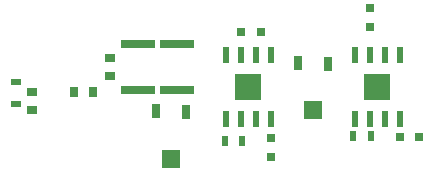
<source format=gbr>
G04 EAGLE Gerber RS-274X export*
G75*
%MOMM*%
%FSLAX34Y34*%
%LPD*%
%INSolderpaste Top*%
%IPPOS*%
%AMOC8*
5,1,8,0,0,1.08239X$1,22.5*%
G01*
%ADD10R,0.812800X0.762000*%
%ADD11R,0.762000X0.812800*%
%ADD12R,0.500000X0.812800*%
%ADD13R,0.558800X1.460500*%
%ADD14R,2.286000X2.286000*%
%ADD15R,0.787400X1.193800*%
%ADD16R,1.574800X1.524000*%
%ADD17R,0.889000X0.558800*%
%ADD18R,0.800000X0.655600*%
%ADD19R,0.655600X0.800000*%
%ADD20R,2.844800X0.762000*%


D10*
X278000Y784253D03*
X278000Y799747D03*
D11*
X247853Y770700D03*
X263347Y770700D03*
D10*
X212100Y755453D03*
X212100Y770947D03*
D12*
X390100Y729500D03*
X375100Y729500D03*
X499000Y733500D03*
X484000Y733500D03*
D13*
X376150Y747759D03*
X388850Y747759D03*
X401550Y747759D03*
X414250Y747759D03*
X414250Y802242D03*
X401550Y802242D03*
X388850Y802242D03*
X376150Y802242D03*
D14*
X395200Y775000D03*
D13*
X485250Y747759D03*
X497950Y747759D03*
X510650Y747759D03*
X523350Y747759D03*
X523350Y802242D03*
X510650Y802242D03*
X497950Y802242D03*
X485250Y802242D03*
D14*
X504300Y775000D03*
D15*
X462700Y794812D03*
D16*
X450000Y755188D03*
D15*
X437300Y795320D03*
X342700Y753812D03*
D16*
X330000Y714188D03*
D15*
X317300Y754320D03*
D17*
X198000Y779471D03*
X198000Y760929D03*
D18*
X414000Y732278D03*
X414000Y715722D03*
D19*
X388822Y821500D03*
X405378Y821500D03*
D18*
X498000Y825722D03*
X498000Y842278D03*
D19*
X523322Y732400D03*
X539878Y732400D03*
D20*
X302000Y811812D03*
X302000Y772188D03*
X335000Y811812D03*
X335000Y772188D03*
M02*

</source>
